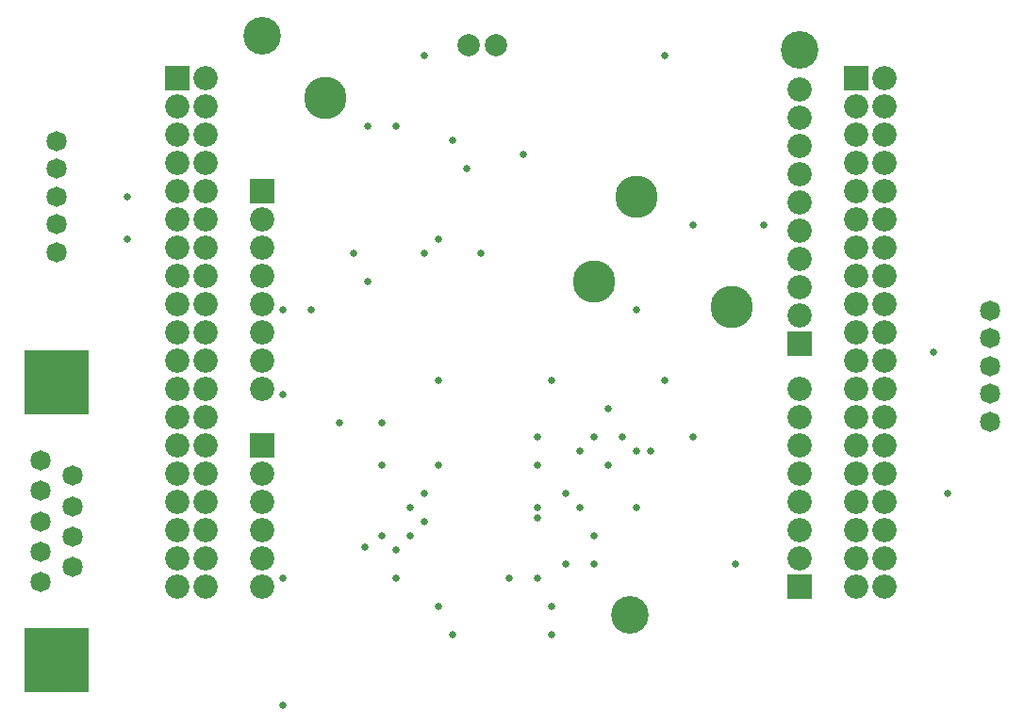
<source format=gbs>
G04 EAGLE Gerber RS-274X export*
G75*
%MOMM*%
%FSLAX34Y34*%
%LPD*%
%INSoldermask Bottom*%
%IPPOS*%
%AMOC8*
5,1,8,0,0,1.08239X$1,22.5*%
G01*
%ADD10C,1.823200*%
%ADD11R,5.783200X5.783200*%
%ADD12C,2.003200*%
%ADD13R,2.183200X2.183200*%
%ADD14C,2.183200*%
%ADD15C,3.378200*%
%ADD16C,3.803200*%
%ADD17C,0.655600*%


D10*
X74700Y161100D03*
X74700Y188500D03*
X74700Y215900D03*
X74700Y270700D03*
X74700Y243300D03*
X103100Y174800D03*
X103100Y202200D03*
X103100Y229600D03*
X103100Y257000D03*
D11*
X88900Y340850D03*
X88900Y90950D03*
D12*
X458600Y643700D03*
X483600Y643700D03*
D10*
X88900Y508000D03*
X88900Y483000D03*
X88900Y458000D03*
X88900Y533000D03*
X88900Y558000D03*
X927100Y355600D03*
X927100Y330600D03*
X927100Y305600D03*
X927100Y380600D03*
X927100Y405600D03*
D13*
X273800Y284400D03*
D14*
X273800Y259000D03*
X273800Y233600D03*
X273800Y208200D03*
X273800Y182800D03*
X273800Y157400D03*
D13*
X273800Y513000D03*
D14*
X273800Y487600D03*
X273800Y462200D03*
X273800Y436800D03*
X273800Y411400D03*
X273800Y386000D03*
X273800Y360600D03*
X273800Y335200D03*
D13*
X197600Y614600D03*
D14*
X223000Y614600D03*
X197600Y589200D03*
X223000Y589200D03*
X197600Y563800D03*
X223000Y563800D03*
X197600Y538400D03*
X223000Y538400D03*
X197600Y513000D03*
X223000Y513000D03*
X197600Y487600D03*
X223000Y487600D03*
X197600Y462200D03*
X223000Y462200D03*
X197600Y436800D03*
X223000Y436800D03*
X197600Y411400D03*
X223000Y411400D03*
X197600Y386000D03*
X223000Y386000D03*
X197600Y360600D03*
X223000Y360600D03*
X197600Y335200D03*
X223000Y335200D03*
X197600Y309800D03*
X223000Y309800D03*
X197600Y284400D03*
X223000Y284400D03*
X197600Y259000D03*
X223000Y259000D03*
X197600Y233600D03*
X223000Y233600D03*
X197600Y208200D03*
X223000Y208200D03*
X197600Y182800D03*
X223000Y182800D03*
X197600Y157400D03*
X223000Y157400D03*
D13*
X756400Y375840D03*
D14*
X756400Y401240D03*
X756400Y426640D03*
X756400Y452040D03*
X756400Y477440D03*
X756400Y502840D03*
X756400Y528240D03*
X756400Y553640D03*
X756400Y579040D03*
X756400Y604440D03*
X756400Y208200D03*
X756400Y233600D03*
X756400Y259000D03*
X756400Y284400D03*
X756400Y309800D03*
X756400Y335200D03*
D13*
X756400Y157400D03*
D14*
X756400Y182800D03*
D13*
X807200Y614350D03*
D14*
X832600Y614350D03*
X807200Y588950D03*
X832600Y588950D03*
X807200Y563550D03*
X832600Y563550D03*
X807200Y538150D03*
X832600Y538150D03*
X807200Y512750D03*
X832600Y512750D03*
X807200Y487350D03*
X832600Y487350D03*
X807200Y461950D03*
X832600Y461950D03*
X807200Y436550D03*
X832600Y436550D03*
X807200Y411150D03*
X832600Y411150D03*
X807200Y385750D03*
X832600Y385750D03*
X807200Y360350D03*
X832600Y360350D03*
X807200Y334950D03*
X832600Y334950D03*
X807200Y309550D03*
X832600Y309550D03*
X807200Y284150D03*
X832600Y284150D03*
X807200Y258750D03*
X832600Y258750D03*
X807200Y233350D03*
X832600Y233350D03*
X807200Y207950D03*
X832600Y207950D03*
X807200Y182550D03*
X832600Y182550D03*
X807200Y157150D03*
X832600Y157150D03*
D15*
X756400Y640000D03*
X273800Y652700D03*
X604000Y132000D03*
D16*
X330200Y596900D03*
X571500Y431800D03*
X695100Y409100D03*
X609600Y508000D03*
D17*
X406400Y228600D03*
X419100Y215900D03*
X419100Y635000D03*
X444500Y558800D03*
X508000Y546100D03*
X635000Y635000D03*
X469900Y457200D03*
X355600Y457200D03*
X457200Y533400D03*
X368300Y431800D03*
X723900Y482600D03*
X609600Y406400D03*
X622300Y279400D03*
X698500Y177800D03*
X609600Y228600D03*
X520700Y228600D03*
X520700Y292100D03*
X419100Y241300D03*
X431800Y266700D03*
X381000Y266700D03*
X393700Y165100D03*
X495300Y165100D03*
X365609Y193191D03*
X393700Y190606D03*
X571500Y177800D03*
X571500Y203200D03*
X292100Y330200D03*
X546100Y241300D03*
X381000Y203200D03*
X406400Y203200D03*
X533400Y114300D03*
X533400Y139700D03*
X520700Y165100D03*
X520700Y218718D03*
X431800Y469900D03*
X419100Y457200D03*
X393700Y571500D03*
X368300Y571500D03*
X152400Y508000D03*
X533400Y342900D03*
X596900Y292100D03*
X571500Y292100D03*
X342900Y304800D03*
X381000Y304800D03*
X660400Y482600D03*
X660400Y292100D03*
X584200Y266700D03*
X558800Y279400D03*
X152400Y469900D03*
X431800Y342900D03*
X635000Y342900D03*
X520700Y266700D03*
X876300Y368300D03*
X889000Y241300D03*
X292100Y50800D03*
X292100Y165100D03*
X317500Y406400D03*
X292100Y406400D03*
X609600Y279400D03*
X584200Y317500D03*
X444500Y114300D03*
X431800Y139700D03*
X546100Y177800D03*
X558800Y228600D03*
M02*

</source>
